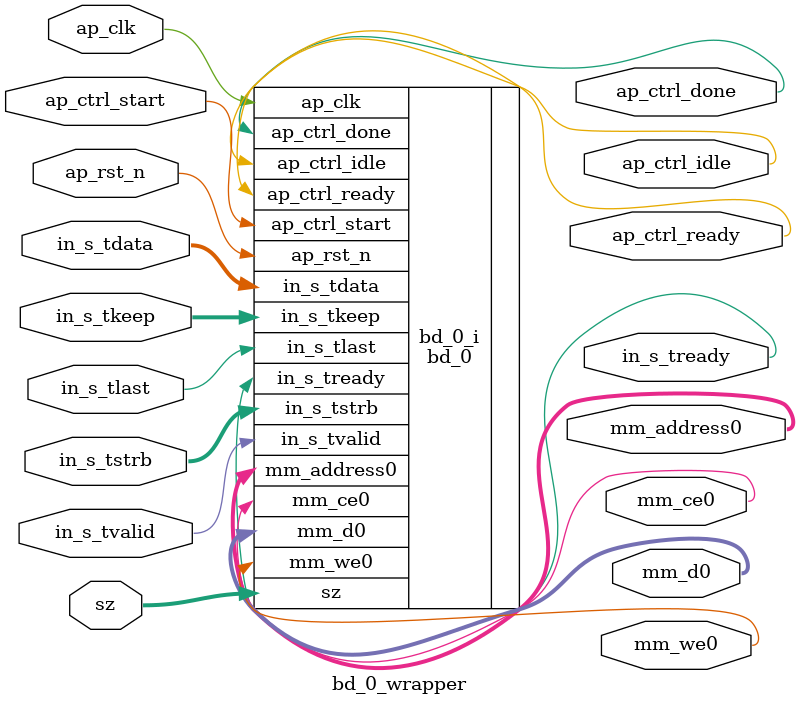
<source format=v>
`timescale 1 ps / 1 ps

module bd_0_wrapper
   (ap_clk,
    ap_ctrl_done,
    ap_ctrl_idle,
    ap_ctrl_ready,
    ap_ctrl_start,
    ap_rst_n,
    in_s_tdata,
    in_s_tkeep,
    in_s_tlast,
    in_s_tready,
    in_s_tstrb,
    in_s_tvalid,
    mm_address0,
    mm_ce0,
    mm_d0,
    mm_we0,
    sz);
  input ap_clk;
  output ap_ctrl_done;
  output ap_ctrl_idle;
  output ap_ctrl_ready;
  input ap_ctrl_start;
  input ap_rst_n;
  input [31:0]in_s_tdata;
  input [3:0]in_s_tkeep;
  input [0:0]in_s_tlast;
  output in_s_tready;
  input [3:0]in_s_tstrb;
  input in_s_tvalid;
  output [8:0]mm_address0;
  output mm_ce0;
  output [31:0]mm_d0;
  output mm_we0;
  input [63:0]sz;

  wire ap_clk;
  wire ap_ctrl_done;
  wire ap_ctrl_idle;
  wire ap_ctrl_ready;
  wire ap_ctrl_start;
  wire ap_rst_n;
  wire [31:0]in_s_tdata;
  wire [3:0]in_s_tkeep;
  wire [0:0]in_s_tlast;
  wire in_s_tready;
  wire [3:0]in_s_tstrb;
  wire in_s_tvalid;
  wire [8:0]mm_address0;
  wire mm_ce0;
  wire [31:0]mm_d0;
  wire mm_we0;
  wire [63:0]sz;

  bd_0 bd_0_i
       (.ap_clk(ap_clk),
        .ap_ctrl_done(ap_ctrl_done),
        .ap_ctrl_idle(ap_ctrl_idle),
        .ap_ctrl_ready(ap_ctrl_ready),
        .ap_ctrl_start(ap_ctrl_start),
        .ap_rst_n(ap_rst_n),
        .in_s_tdata(in_s_tdata),
        .in_s_tkeep(in_s_tkeep),
        .in_s_tlast(in_s_tlast),
        .in_s_tready(in_s_tready),
        .in_s_tstrb(in_s_tstrb),
        .in_s_tvalid(in_s_tvalid),
        .mm_address0(mm_address0),
        .mm_ce0(mm_ce0),
        .mm_d0(mm_d0),
        .mm_we0(mm_we0),
        .sz(sz));
endmodule

</source>
